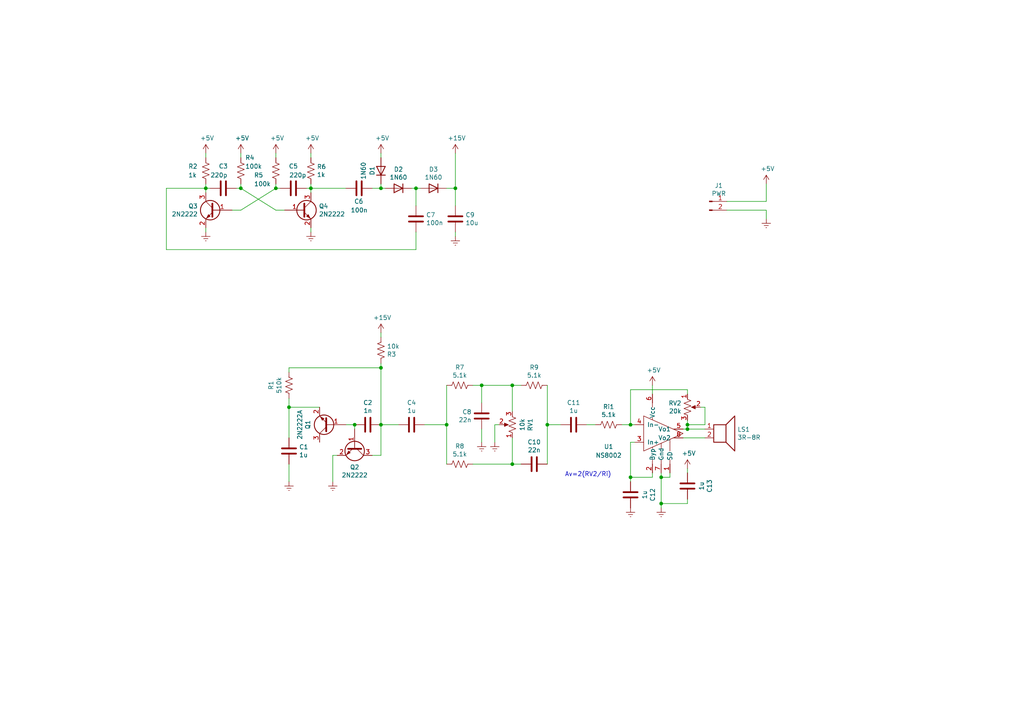
<source format=kicad_sch>
(kicad_sch (version 20211123) (generator eeschema)
  (paper "A4")
  (title_block (title "Noise Machine") (date "2020-09-11") (rev "v1") (comment 4 "Noise Machine w/tone controls"))
  (lib_symbols
    (symbol "8002:8002_Small" (pin_names (offset 1.016))
      (property "Reference" "U" (at 5.08 6.35 0))
      (property "Value" "8002_Small" (at 11.43 -7.62 0))
      (symbol "8002_Small_0_0"
        (polyline (pts (xy -2.54 -8.89) (xy -2.54 -7.62)))
        (polyline (pts (xy -2.54 4.5974) (xy -2.54 3.9878)))
        (polyline (pts (xy -2.54 8.89) (xy -2.54 7.62)))
        (polyline (pts (xy -2.5146 -4.3434) (xy -2.5146 -3.9878)))
        (polyline (pts (xy 0 -8.89) (xy 0 -7.62)))
        (polyline (pts (xy 0 -4.4196) (xy 0 -2.8702)))
        (polyline (pts (xy 2.54 -8.89) (xy 2.54 -7.62)))
        (polyline (pts (xy 2.54 -5.08) (xy 2.54 -2.54)))
        (polyline (pts (xy 2.54 -2.4892) (xy 2.54 -1.778)))
        (polyline (pts (xy 3.81 1.27) (xy 3.556 1.27)))
        (polyline (pts (xy 3.8608 -1.27) (xy 3.4798 -1.27) (xy 3.5052 -1.27)))
        (polyline (pts (xy -5.08 5.08) (xy 6.35 0) (xy -5.08 -5.08) (xy -5.08 5.08)))
      )
      (symbol "8002_Small_1_1"
        (pin input line (at 2.54 -11.43 90) (length 2.54) (name "SD") (number "1"))
        (pin input line (at -2.54 -11.43 90) (length 2.54) (name "Byp") (number "2"))
        (pin input line (at -7.62 -2.54 0) (length 2.54) (name "In+") (number "3"))
        (pin input line (at -7.62 2.54 0) (length 2.54) (name "In-") (number "4"))
        (pin output line (at 6.35 1.27 180) (length 2.54) (name "Vo1") (number "5"))
        (pin power_in line (at -2.54 11.43 270) (length 2.54) (name "Vcc") (number "6"))
        (pin power_in line (at 0 -11.43 90) (length 2.54) (name "Gnd") (number "7"))
        (pin output line (at 6.35 -1.27 180) (length 2.54) (name "Vo2") (number "8"))
      )
    )
    (symbol "Connector:Conn_01x02_Male" (pin_names (offset 1.016) hide)
      (property "Reference" "J" (at 0 2.54 0))
      (property "Value" "Conn_01x02_Male" (at 0 -5.08 0))
      (symbol "Conn_01x02_Male_1_1"
        (polyline (pts (xy 1.27 -2.54) (xy 0.8636 -2.54)) (stroke (width 0.1524)))
        (polyline (pts (xy 1.27 0) (xy 0.8636 0)) (stroke (width 0.1524)))
        (rectangle (start 0.8636 -2.413) (end 0 -2.667) (stroke (width 0.1524)) (fill (type outline)))
        (rectangle (start 0.8636 0.127) (end 0 -0.127) (stroke (width 0.1524)) (fill (type outline)))
        (pin passive line (at 5.08 0 180) (length 3.81) (name "Pin_1") (number "1"))
        (pin passive line (at 5.08 -2.54 180) (length 3.81) (name "Pin_2") (number "2"))
      )
    )
    (symbol "Device:C" (pin_numbers hide) (pin_names (offset 0.254))
      (property "Reference" "C" (at 0.635 2.54 0))
      (property "Value" "C" (at 0.635 -2.54 0))
      (symbol "C_0_1"
        (polyline (pts (xy -2.032 -0.762) (xy 2.032 -0.762)) (stroke (width 0.508)))
        (polyline (pts (xy -2.032 0.762) (xy 2.032 0.762)) (stroke (width 0.508)))
      )
      (symbol "C_1_1"
        (pin passive line (at 0 3.81 270) (length 2.794) (name "~") (number "1"))
        (pin passive line (at 0 -3.81 90) (length 2.794) (name "~") (number "2"))
      )
    )
    (symbol "Device:D" (pin_numbers hide) (pin_names (offset 1.016) hide)
      (property "Reference" "D" (at 0 2.54 0))
      (property "Value" "D" (at 0 -2.54 0))
      (symbol "D_0_1"
        (polyline (pts (xy -1.27 1.27) (xy -1.27 -1.27)) (stroke (width 0.254)))
        (polyline (pts (xy 1.27 0) (xy -1.27 0)))
        (polyline (pts (xy 1.27 1.27) (xy 1.27 -1.27) (xy -1.27 0) (xy 1.27 1.27)) (stroke (width 0.254)))
      )
      (symbol "D_1_1"
        (pin passive line (at -3.81 0 0) (length 2.54) (name "K") (number "1"))
        (pin passive line (at 3.81 0 180) (length 2.54) (name "A") (number "2"))
      )
    )
    (symbol "Device:Q_NPN_BEC" (pin_names (offset 0) hide)
      (property "Reference" "Q" (at 5.08 1.27 0))
      (property "Value" "Q_NPN_BEC" (at 5.08 -1.27 0))
      (symbol "Q_NPN_BEC_0_1"
        (polyline (pts (xy 0.635 0.635) (xy 2.54 2.54)))
        (polyline (pts (xy 0.635 -0.635) (xy 2.54 -2.54) (xy 2.54 -2.54)))
        (polyline (pts (xy 0.635 1.905) (xy 0.635 -1.905) (xy 0.635 -1.905)) (stroke (width 0.508)))
        (polyline (pts (xy 1.27 -1.778) (xy 1.778 -1.27) (xy 2.286 -2.286) (xy 1.27 -1.778) (xy 1.27 -1.778)) (fill (type outline)))
        (circle (center 1.27 0) (radius 2.8194) (stroke (width 0.254)))
      )
      (symbol "Q_NPN_BEC_1_1"
        (pin input line (at -5.08 0 0) (length 5.715) (name "B") (number "1"))
        (pin passive line (at 2.54 -5.08 90) (length 2.54) (name "E") (number "2"))
        (pin passive line (at 2.54 5.08 270) (length 2.54) (name "C") (number "3"))
      )
    )
    (symbol "Device:R_POT_US" (pin_names (offset 1.016) hide)
      (property "Reference" "RV" (at -4.445 0 90))
      (property "Value" "Device_R_POT_US" (at -2.54 0 90))
      (symbol "R_POT_US_0_1"
        (polyline (pts (xy 0 -2.286) (xy 0 -2.54)))
        (polyline (pts (xy 0 2.54) (xy 0 2.286)))
        (polyline (pts (xy 2.54 0) (xy 1.524 0)))
        (polyline (pts (xy 1.143 0) (xy 2.286 0.508) (xy 2.286 -0.508) (xy 1.143 0)) (fill (type outline)))
        (polyline (pts (xy 0 -0.762) (xy 1.016 -1.143) (xy 0 -1.524) (xy -1.016 -1.905) (xy 0 -2.286)))
        (polyline (pts (xy 0 0.762) (xy 1.016 0.381) (xy 0 0) (xy -1.016 -0.381) (xy 0 -0.762)))
        (polyline (pts (xy 0 2.286) (xy 1.016 1.905) (xy 0 1.524) (xy -1.016 1.143) (xy 0 0.762)))
      )
      (symbol "R_POT_US_1_1"
        (pin passive line (at 0 3.81 270) (length 1.27) (name "1") (number "1"))
        (pin passive line (at 3.81 0 180) (length 1.27) (name "2") (number "2"))
        (pin passive line (at 0 -3.81 90) (length 1.27) (name "3") (number "3"))
      )
    )
    (symbol "Device:R_US" (pin_numbers hide) (pin_names (offset 0))
      (property "Reference" "R" (at 2.54 0 90))
      (property "Value" "R_US" (at -2.54 0 90))
      (symbol "R_US_0_1"
        (polyline (pts (xy 0 -2.286) (xy 0 -2.54)))
        (polyline (pts (xy 0 2.286) (xy 0 2.54)))
        (polyline (pts (xy 0 -0.762) (xy 1.016 -1.143) (xy 0 -1.524) (xy -1.016 -1.905) (xy 0 -2.286)))
        (polyline (pts (xy 0 0.762) (xy 1.016 0.381) (xy 0 0) (xy -1.016 -0.381) (xy 0 -0.762)))
        (polyline (pts (xy 0 2.286) (xy 1.016 1.905) (xy 0 1.524) (xy -1.016 1.143) (xy 0 0.762)))
      )
      (symbol "R_US_1_1"
        (pin passive line (at 0 3.81 270) (length 1.27) (name "~") (number "1"))
        (pin passive line (at 0 -3.81 90) (length 1.27) (name "~") (number "2"))
      )
    )
    (symbol "Device:Speaker" (pin_names (offset 0) hide)
      (property "Reference" "LS" (at 1.27 5.715 0))
      (property "Value" "Speaker" (at 1.27 3.81 0))
      (symbol "Speaker_0_0"
        (rectangle (start -2.54 1.27) (end 1.016 -3.81) (stroke (width 0.254)))
        (polyline (pts (xy 1.016 1.27) (xy 3.556 3.81) (xy 3.556 -6.35) (xy 1.016 -3.81)) (stroke (width 0.254)))
      )
      (symbol "Speaker_1_1"
        (pin input line (at -5.08 0 0) (length 2.54) (name "1") (number "1"))
        (pin input line (at -5.08 -2.54 0) (length 2.54) (name "2") (number "2"))
      )
    )
    (symbol "power:+15V" (power) (pin_names (offset 0))
      (property "Value" "+15V" (at 0 3.556 0))
      (symbol "+15V_0_1"
        (polyline (pts (xy -0.762 1.27) (xy 0 2.54)))
        (polyline (pts (xy 0 0) (xy 0 2.54)))
        (polyline (pts (xy 0 2.54) (xy 0.762 1.27)))
      )
      (symbol "+15V_1_1"
        (pin power_in line (at 0 0 90) (length 0) hide (name "+15V") (number "1"))
      )
    )
    (symbol "power:+5V" (power) (pin_names (offset 0))
      (property "Value" "+5V" (at 0 3.556 0))
      (symbol "+5V_0_1"
        (polyline (pts (xy -0.762 1.27) (xy 0 2.54)))
        (polyline (pts (xy 0 0) (xy 0 2.54)))
        (polyline (pts (xy 0 2.54) (xy 0.762 1.27)))
      )
      (symbol "+5V_1_1"
        (pin power_in line (at 0 0 90) (length 0) hide (name "+5V") (number "1"))
      )
    )
    (symbol "power:Earth" (power) (pin_names (offset 0))
      (symbol "Earth_0_1"
        (polyline (pts (xy -0.635 -1.905) (xy 0.635 -1.905)))
        (polyline (pts (xy -0.127 -2.54) (xy 0.127 -2.54)))
        (polyline (pts (xy 0 -1.27) (xy 0 0)))
        (polyline (pts (xy 1.27 -1.27) (xy -1.27 -1.27)))
      )
      (symbol "Earth_1_1"
        (pin power_in line (at 0 0 270) (length 0) hide (name "Earth") (number "1"))
      )
    )
  )
  (junction (at 148.59 134.62))
  (junction (at 199.39 124.46))
  (junction (at 191.77 146.05))
  (junction (at 120.65 54.61))
  (junction (at 80.01 54.61))
  (junction (at 83.82 118.11))
  (junction (at 182.88 123.19))
  (junction (at 129.54 123.19))
  (junction (at 182.88 138.43))
  (junction (at 158.75 123.19))
  (junction (at 132.08 54.61))
  (junction (at 102.87 123.19))
  (junction (at 110.49 106.68))
  (junction (at 110.49 54.61))
  (junction (at 69.85 54.61))
  (junction (at 110.49 123.19))
  (junction (at 59.69 54.61))
  (junction (at 148.59 111.76))
  (junction (at 90.17 54.61))
  (junction (at 191.77 138.43))
  (junction (at 199.39 123.19))
  (junction (at 139.7 111.76))
  (wire (pts (xy 120.65 54.61) (xy 119.38 54.61)))
  (wire (pts (xy 182.88 123.19) (xy 184.15 123.19)))
  (wire (pts (xy 199.39 113.03) (xy 182.88 113.03)))
  (wire (pts (xy 120.65 67.31) (xy 120.65 72.39)))
  (wire (pts (xy 129.54 54.61) (xy 132.08 54.61)))
  (wire (pts (xy 67.31 60.96) (xy 69.85 60.96)))
  (wire (pts (xy 198.12 124.46) (xy 199.39 124.46)))
  (wire (pts (xy 189.23 114.3) (xy 189.23 111.76)))
  (wire (pts (xy 110.49 106.68) (xy 110.49 123.19)))
  (wire (pts (xy 143.51 128.27) (xy 143.51 123.19)))
  (wire (pts (xy 90.17 44.45) (xy 90.17 45.72)))
  (wire (pts (xy 59.69 67.31) (xy 59.69 66.04)))
  (wire (pts (xy 110.49 106.68) (xy 110.49 105.41)))
  (wire (pts (xy 69.85 44.45) (xy 69.85 45.72)))
  (wire (pts (xy 83.82 134.62) (xy 83.82 139.7)))
  (wire (pts (xy 59.69 44.45) (xy 59.69 45.72)))
  (wire (pts (xy 158.75 123.19) (xy 162.56 123.19)))
  (wire (pts (xy 194.31 138.43) (xy 194.31 137.16)))
  (wire (pts (xy 191.77 137.16) (xy 191.77 138.43)))
  (wire (pts (xy 110.49 45.72) (xy 110.49 44.45)))
  (wire (pts (xy 90.17 54.61) (xy 90.17 55.88)))
  (wire (pts (xy 199.39 124.46) (xy 199.39 123.19)))
  (wire (pts (xy 222.25 53.34) (xy 222.25 58.42)))
  (wire (pts (xy 182.88 138.43) (xy 189.23 138.43)))
  (wire (pts (xy 83.82 118.11) (xy 83.82 127)))
  (wire (pts (xy 189.23 137.16) (xy 189.23 138.43)))
  (wire (pts (xy 59.69 54.61) (xy 59.69 55.88)))
  (wire (pts (xy 199.39 124.46) (xy 204.47 124.46)))
  (wire (pts (xy 139.7 111.76) (xy 148.59 111.76)))
  (wire (pts (xy 148.59 127) (xy 148.59 134.62)))
  (wire (pts (xy 199.39 135.89) (xy 199.39 137.16)))
  (wire (pts (xy 80.01 53.34) (xy 80.01 54.61)))
  (wire (pts (xy 137.16 111.76) (xy 139.7 111.76)))
  (wire (pts (xy 191.77 146.05) (xy 191.77 147.32)))
  (wire (pts (xy 191.77 138.43) (xy 191.77 146.05)))
  (wire (pts (xy 110.49 97.79) (xy 110.49 96.52)))
  (wire (pts (xy 88.9 54.61) (xy 90.17 54.61)))
  (wire (pts (xy 184.15 128.27) (xy 182.88 128.27)))
  (wire (pts (xy 83.82 106.68) (xy 110.49 106.68)))
  (wire (pts (xy 199.39 123.19) (xy 204.47 123.19)))
  (wire (pts (xy 148.59 119.38) (xy 148.59 111.76)))
  (wire (pts (xy 82.55 60.96) (xy 80.01 60.96)))
  (wire (pts (xy 110.49 123.19) (xy 110.49 132.08)))
  (wire (pts (xy 204.47 118.11) (xy 204.47 123.19)))
  (wire (pts (xy 90.17 53.34) (xy 90.17 54.61)))
  (wire (pts (xy 199.39 144.78) (xy 199.39 146.05)))
  (wire (pts (xy 203.2 118.11) (xy 204.47 118.11)))
  (wire (pts (xy 182.88 123.19) (xy 180.34 123.19)))
  (wire (pts (xy 139.7 111.76) (xy 139.7 116.84)))
  (wire (pts (xy 110.49 132.08) (xy 107.95 132.08)))
  (wire (pts (xy 96.52 139.7) (xy 96.52 132.08)))
  (wire (pts (xy 148.59 111.76) (xy 151.13 111.76)))
  (wire (pts (xy 69.85 60.96) (xy 80.01 54.61)))
  (wire (pts (xy 222.25 60.96) (xy 222.25 63.5)))
  (wire (pts (xy 172.72 123.19) (xy 170.18 123.19)))
  (wire (pts (xy 139.7 124.46) (xy 139.7 128.27)))
  (wire (pts (xy 132.08 59.69) (xy 132.08 54.61)))
  (wire (pts (xy 222.25 58.42) (xy 210.82 58.42)))
  (wire (pts (xy 182.88 113.03) (xy 182.88 123.19)))
  (wire (pts (xy 129.54 111.76) (xy 129.54 123.19)))
  (wire (pts (xy 83.82 107.95) (xy 83.82 106.68)))
  (wire (pts (xy 48.26 54.61) (xy 48.26 72.39)))
  (wire (pts (xy 191.77 146.05) (xy 199.39 146.05)))
  (wire (pts (xy 90.17 54.61) (xy 100.33 54.61)))
  (wire (pts (xy 143.51 123.19) (xy 144.78 123.19)))
  (wire (pts (xy 191.77 138.43) (xy 194.31 138.43)))
  (wire (pts (xy 48.26 72.39) (xy 120.65 72.39)))
  (wire (pts (xy 198.12 127) (xy 204.47 127)))
  (wire (pts (xy 123.19 123.19) (xy 129.54 123.19)))
  (wire (pts (xy 199.39 123.19) (xy 199.39 121.92)))
  (wire (pts (xy 80.01 54.61) (xy 81.28 54.61)))
  (wire (pts (xy 107.95 54.61) (xy 110.49 54.61)))
  (wire (pts (xy 110.49 54.61) (xy 110.49 53.34)))
  (wire (pts (xy 182.88 139.7) (xy 182.88 138.43)))
  (wire (pts (xy 210.82 60.96) (xy 222.25 60.96)))
  (wire (pts (xy 132.08 44.45) (xy 132.08 54.61)))
  (wire (pts (xy 92.71 118.11) (xy 83.82 118.11)))
  (wire (pts (xy 68.58 54.61) (xy 69.85 54.61)))
  (wire (pts (xy 90.17 67.31) (xy 90.17 66.04)))
  (wire (pts (xy 69.85 53.34) (xy 69.85 54.61)))
  (wire (pts (xy 96.52 132.08) (xy 97.79 132.08)))
  (wire (pts (xy 80.01 60.96) (xy 69.85 54.61)))
  (wire (pts (xy 148.59 134.62) (xy 151.13 134.62)))
  (wire (pts (xy 199.39 114.3) (xy 199.39 113.03)))
  (wire (pts (xy 121.92 54.61) (xy 120.65 54.61)))
  (wire (pts (xy 100.33 123.19) (xy 102.87 123.19)))
  (wire (pts (xy 59.69 53.34) (xy 59.69 54.61)))
  (wire (pts (xy 59.69 54.61) (xy 60.96 54.61)))
  (wire (pts (xy 48.26 54.61) (xy 59.69 54.61)))
  (wire (pts (xy 158.75 123.19) (xy 158.75 134.62)))
  (wire (pts (xy 83.82 115.57) (xy 83.82 118.11)))
  (wire (pts (xy 129.54 123.19) (xy 129.54 134.62)))
  (wire (pts (xy 80.01 44.45) (xy 80.01 45.72)))
  (wire (pts (xy 137.16 134.62) (xy 148.59 134.62)))
  (wire (pts (xy 111.76 54.61) (xy 110.49 54.61)))
  (wire (pts (xy 102.87 123.19) (xy 102.87 124.46)))
  (wire (pts (xy 120.65 54.61) (xy 120.65 59.69)))
  (wire (pts (xy 132.08 68.58) (xy 132.08 67.31)))
  (wire (pts (xy 110.49 123.19) (xy 115.57 123.19)))
  (wire (pts (xy 182.88 128.27) (xy 182.88 138.43)))
  (wire (pts (xy 158.75 111.76) (xy 158.75 123.19)))
  (text "Av=2(RV2/Ri)" (at 163.83 138.43 0) (effects (font (size 1.27 1.27)) (justify left bottom)))
  (symbol (lib_id "Device:Q_NPN_BEC") (at 95.25 123.19 180) (unit 1)
    (property "Reference" "Q1" (at 89.281 123.19 90))
    (property "Value" "2N2222A" (at 86.9696 123.19 90))
    (property "Footprint" "Package_TO_SOT_SMD:SOT-23" (effects hide))
  )
  (symbol (lib_id "Device:Q_NPN_BEC") (at 102.87 129.54 270) (unit 1)
    (property "Reference" "Q2" (at 102.87 135.509 90))
    (property "Value" "2N2222" (at 102.87 137.8204 90))
    (property "Footprint" "Package_TO_SOT_SMD:SOT-23" (effects hide))
  )
  (symbol (lib_id "Device:C") (at 83.82 130.81 0) (unit 1)
    (property "Reference" "C1" (at 86.741 129.6416 0) (effects (justify left)))
    (property "Value" "1u" (at 86.741 131.953 0) (effects (justify left)))
    (property "Footprint" "Capacitor_SMD:C_0603_1608Metric_Pad1.08x0.95mm_HandSolder" (effects hide))
  )
  (symbol (lib_id "power:Earth") (at 83.82 139.7 0) (unit 1)
    (property "Reference" "#PWR02" (effects hide))
    (property "Value" "Earth" (effects hide))
  )
  (symbol (lib_id "Device:R_US") (at 83.82 111.76 0) (unit 1)
    (property "Reference" "R1" (at 78.613 111.76 90))
    (property "Value" "510k" (at 80.9244 111.76 90))
    (property "Footprint" "Resistor_SMD:R_0603_1608Metric_Pad0.98x0.95mm_HandSolder" (effects hide))
  )
  (symbol (lib_id "Device:C") (at 106.68 123.19 270) (unit 1)
    (property "Reference" "C2" (at 106.68 116.7892 90))
    (property "Value" "1n" (at 106.68 119.1006 90))
    (property "Footprint" "Capacitor_SMD:C_0603_1608Metric_Pad1.08x0.95mm_HandSolder" (effects hide))
  )
  (symbol (lib_id "Device:C") (at 119.38 123.19 270) (unit 1)
    (property "Reference" "C4" (at 119.38 116.7892 90))
    (property "Value" "1u" (at 119.38 119.1006 90))
    (property "Footprint" "Capacitor_SMD:C_0603_1608Metric_Pad1.08x0.95mm_HandSolder" (effects hide))
  )
  (symbol (lib_id "Device:R_US") (at 133.35 111.76 270) (unit 1)
    (property "Reference" "R7" (at 133.35 106.553 90))
    (property "Value" "5.1k" (at 133.35 108.8644 90))
    (property "Footprint" "Resistor_SMD:R_0603_1608Metric_Pad0.98x0.95mm_HandSolder" (effects hide))
  )
  (symbol (lib_id "Device:R_US") (at 154.94 111.76 270) (unit 1)
    (property "Reference" "R9" (at 154.94 106.553 90))
    (property "Value" "5.1k" (at 154.94 108.8644 90))
    (property "Footprint" "Resistor_SMD:R_0603_1608Metric_Pad0.98x0.95mm_HandSolder" (effects hide))
  )
  (symbol (lib_id "Device:R_POT_US") (at 148.59 123.19 180) (unit 1)
    (property "Reference" "RV1" (at 153.797 123.19 90))
    (property "Value" "10k" (at 151.4856 123.19 90))
    (property "Footprint" "Connector_PinHeader_2.54mm:PinHeader_1x03_P2.54mm_Vertical" (effects hide))
  )
  (symbol (lib_id "power:Earth") (at 143.51 128.27 0) (unit 1)
    (property "Reference" "#PWR015" (effects hide))
    (property "Value" "Earth" (effects hide))
  )
  (symbol (lib_id "Device:R_US") (at 133.35 134.62 270) (unit 1)
    (property "Reference" "R8" (at 133.35 129.413 90))
    (property "Value" "5.1k" (at 133.35 131.7244 90))
    (property "Footprint" "Resistor_SMD:R_0603_1608Metric_Pad0.98x0.95mm_HandSolder" (effects hide))
  )
  (symbol (lib_id "Device:C") (at 139.7 120.65 0) (mirror x) (unit 1)
    (property "Reference" "C8" (at 136.779 119.4816 0) (effects (justify right)))
    (property "Value" "22n" (at 136.779 121.793 0) (effects (justify right)))
    (property "Footprint" "Capacitor_SMD:C_0603_1608Metric_Pad1.08x0.95mm_HandSolder" (effects hide))
  )
  (symbol (lib_id "power:Earth") (at 139.7 128.27 0) (unit 1)
    (property "Reference" "#PWR012" (effects hide))
    (property "Value" "Earth" (effects hide))
  )
  (symbol (lib_id "Device:C") (at 154.94 134.62 90) (unit 1)
    (property "Reference" "C10" (at 154.94 128.2192 90))
    (property "Value" "22n" (at 154.94 130.5306 90))
    (property "Footprint" "Capacitor_SMD:C_0603_1608Metric_Pad1.08x0.95mm_HandSolder" (effects hide))
  )
  (symbol (lib_id "Device:Q_NPN_BEC") (at 62.23 60.96 0) (mirror y) (unit 1)
    (property "Reference" "Q3" (at 57.3786 59.7916 0) (effects (justify left)))
    (property "Value" "2N2222" (at 57.3786 62.103 0) (effects (justify left)))
    (property "Footprint" "Package_TO_SOT_SMD:SOT-23" (effects hide))
  )
  (symbol (lib_id "Device:Q_NPN_BEC") (at 87.63 60.96 0) (unit 1)
    (property "Reference" "Q4" (at 92.4814 59.7916 0) (effects (justify left)))
    (property "Value" "2N2222" (at 92.4814 62.103 0) (effects (justify left)))
    (property "Footprint" "Package_TO_SOT_SMD:SOT-23" (effects hide))
  )
  (symbol (lib_id "power:Earth") (at 59.69 67.31 0) (unit 1)
    (property "Reference" "#PWR05" (effects hide))
    (property "Value" "Earth" (effects hide))
  )
  (symbol (lib_id "power:Earth") (at 90.17 67.31 0) (unit 1)
    (property "Reference" "#PWR010" (effects hide))
    (property "Value" "Earth" (effects hide))
  )
  (symbol (lib_id "power:+5V") (at 59.69 44.45 0) (unit 1)
    (property "Reference" "#PWR04" (effects hide))
    (property "Value" "+5V" (at 60.071 40.0558 0))
  )
  (symbol (lib_id "Device:R_US") (at 59.69 49.53 0) (unit 1)
    (property "Reference" "R2" (at 54.61 48.26 0) (effects (justify left)))
    (property "Value" "1k" (at 54.61 50.8 0) (effects (justify left)))
    (property "Footprint" "Resistor_SMD:R_0603_1608Metric_Pad0.98x0.95mm_HandSolder" (effects hide))
  )
  (symbol (lib_id "Device:R_US") (at 90.17 49.53 0) (unit 1)
    (property "Reference" "R6" (at 91.8972 48.3616 0) (effects (justify left)))
    (property "Value" "1k" (at 91.8972 50.673 0) (effects (justify left)))
    (property "Footprint" "Resistor_SMD:R_0603_1608Metric_Pad0.98x0.95mm_HandSolder" (effects hide))
  )
  (symbol (lib_id "Device:R_US") (at 69.85 49.53 0) (unit 1)
    (property "Reference" "R4" (at 71.12 45.72 0) (effects (justify left)))
    (property "Value" "100k" (at 71.12 48.26 0) (effects (justify left)))
    (property "Footprint" "Resistor_SMD:R_0603_1608Metric_Pad0.98x0.95mm_HandSolder" (effects hide))
  )
  (symbol (lib_id "Device:R_US") (at 80.01 49.53 0) (unit 1)
    (property "Reference" "R5" (at 73.66 50.8 0) (effects (justify left)))
    (property "Value" "100k" (at 73.66 53.34 0) (effects (justify left)))
    (property "Footprint" "Resistor_SMD:R_0603_1608Metric_Pad0.98x0.95mm_HandSolder" (effects hide))
  )
  (symbol (lib_id "power:+5V") (at 90.17 44.45 0) (unit 1)
    (property "Reference" "#PWR09" (effects hide))
    (property "Value" "+5V" (at 90.551 40.0558 0))
  )
  (symbol (lib_id "Device:C") (at 104.14 54.61 90) (unit 1)
    (property "Reference" "C6" (at 105.41 58.42 90) (effects (justify left)))
    (property "Value" "100n" (at 106.68 60.96 90) (effects (justify left)))
    (property "Footprint" "Capacitor_SMD:C_0603_1608Metric_Pad1.08x0.95mm_HandSolder" (effects hide))
  )
  (symbol (lib_id "Device:C") (at 120.65 63.5 0) (unit 1)
    (property "Reference" "C7" (at 123.571 62.3316 0) (effects (justify left)))
    (property "Value" "100n" (at 123.571 64.643 0) (effects (justify left)))
    (property "Footprint" "Capacitor_SMD:C_0603_1608Metric_Pad1.08x0.95mm_HandSolder" (effects hide))
  )
  (symbol (lib_id "Device:C") (at 132.08 63.5 0) (unit 1)
    (property "Reference" "C9" (at 135.001 62.3316 0) (effects (justify left)))
    (property "Value" "10u" (at 135.001 64.643 0) (effects (justify left)))
    (property "Footprint" "Capacitor_SMD:C_0603_1608Metric_Pad1.08x0.95mm_HandSolder" (effects hide))
  )
  (symbol (lib_id "Device:D") (at 110.49 49.53 90) (unit 1)
    (property "Reference" "D1" (at 107.95 49.53 0))
    (property "Value" "1N60" (at 105.41 49.53 0))
    (property "Footprint" "Diode_THT:D_DO-35_SOD27_P5.08mm_Vertical_AnodeUp" (effects hide))
  )
  (symbol (lib_id "Device:D") (at 115.57 54.61 180) (unit 1)
    (property "Reference" "D2" (at 115.57 49.1236 0))
    (property "Value" "1N60" (at 115.57 51.435 0))
    (property "Footprint" "Diode_THT:D_DO-35_SOD27_P5.08mm_Vertical_AnodeUp" (effects hide))
  )
  (symbol (lib_id "Device:D") (at 125.73 54.61 180) (unit 1)
    (property "Reference" "D3" (at 125.73 49.1236 0))
    (property "Value" "1N60" (at 125.73 51.435 0))
    (property "Footprint" "Diode_THT:D_DO-35_SOD27_P5.08mm_Vertical_AnodeUp" (effects hide))
  )
  (symbol (lib_id "power:Earth") (at 132.08 68.58 0) (unit 1)
    (property "Reference" "#PWR014" (effects hide))
    (property "Value" "Earth" (effects hide))
  )
  (symbol (lib_id "power:+15V") (at 132.08 44.45 0) (unit 1)
    (property "Reference" "#PWR013" (effects hide))
    (property "Value" "+15V" (at 132.461 40.0558 0))
  )
  (symbol (lib_id "power:+5V") (at 110.49 44.45 0) (unit 1)
    (property "Reference" "#PWR011" (effects hide))
    (property "Value" "+5V" (at 110.871 40.0558 0))
  )
  (symbol (lib_id "power:+5V") (at 69.85 44.45 0) (unit 1)
    (property "Reference" "#PWR07" (effects hide))
    (property "Value" "+5V" (at 70.231 40.0558 0))
  )
  (symbol (lib_id "Device:C") (at 85.09 54.61 270) (unit 1)
    (property "Reference" "C5" (at 85.09 48.2092 90))
    (property "Value" "220p" (at 86.36 50.8 90))
    (property "Footprint" "Capacitor_SMD:C_0603_1608Metric_Pad1.08x0.95mm_HandSolder" (effects hide))
  )
  (symbol (lib_id "Device:C") (at 64.77 54.61 90) (unit 1)
    (property "Reference" "C3" (at 64.77 48.2092 90))
    (property "Value" "220p" (at 63.5 50.8 90))
    (property "Footprint" "Capacitor_SMD:C_0603_1608Metric_Pad1.08x0.95mm_HandSolder" (effects hide))
  )
  (symbol (lib_id "power:+5V") (at 80.01 44.45 0) (unit 1)
    (property "Reference" "#PWR08" (effects hide))
    (property "Value" "+5V" (at 80.391 40.0558 0))
  )
  (symbol (lib_id "Device:R_US") (at 110.49 101.6 0) (mirror x) (unit 1)
    (property "Reference" "R3" (at 112.2172 102.7684 0) (effects (justify left)))
    (property "Value" "10k" (at 112.2172 100.457 0) (effects (justify left)))
    (property "Footprint" "Resistor_SMD:R_0603_1608Metric_Pad0.98x0.95mm_HandSolder" (effects hide))
  )
  (symbol (lib_id "Device:Speaker") (at 209.55 124.46 0) (unit 1)
    (property "Reference" "LS1" (at 213.868 124.5616 0) (effects (justify left)))
    (property "Value" "3R-8R" (at 213.868 126.873 0) (effects (justify left)))
    (property "Footprint" "Connector_PinHeader_2.54mm:PinHeader_1x02_P2.54mm_Vertical" (effects hide))
  )
  (symbol (lib_id "power:+5V") (at 189.23 111.76 0) (unit 1)
    (property "Reference" "#PWR019" (effects hide))
    (property "Value" "+5V" (at 189.611 107.3658 0))
  )
  (symbol (lib_id "8002:8002_Small") (at 191.77 125.73 0) (unit 1)
    (property "Reference" "U1" (at 176.53 129.54 0))
    (property "Value" "NS8002" (at 176.53 132.08 0))
    (property "Footprint" "Package_SO:SO-8_3.9x4.9mm_P1.27mm" (effects hide))
  )
  (symbol (lib_id "Device:C") (at 182.88 143.51 180) (unit 1)
    (property "Reference" "C12" (at 189.2808 143.51 90))
    (property "Value" "1u" (at 186.9694 143.51 90))
    (property "Footprint" "Capacitor_SMD:C_0603_1608Metric_Pad1.08x0.95mm_HandSolder" (effects hide))
  )
  (symbol (lib_id "power:Earth") (at 191.77 147.32 0) (unit 1)
    (property "Reference" "#PWR020" (effects hide))
    (property "Value" "Earth" (effects hide))
  )
  (symbol (lib_id "power:Earth") (at 182.88 147.32 0) (unit 1)
    (property "Reference" "#PWR016" (effects hide))
    (property "Value" "Earth" (effects hide))
  )
  (symbol (lib_id "power:Earth") (at 96.52 139.7 0) (unit 1)
    (property "Reference" "#PWR03" (effects hide))
    (property "Value" "Earth" (effects hide))
  )
  (symbol (lib_id "Device:C") (at 166.37 123.19 90) (unit 1)
    (property "Reference" "C11" (at 166.37 116.7892 90))
    (property "Value" "1u" (at 166.37 119.1006 90))
    (property "Footprint" "Capacitor_SMD:C_0603_1608Metric_Pad1.08x0.95mm_HandSolder" (effects hide))
  )
  (symbol (lib_id "Device:R_US") (at 176.53 123.19 270) (unit 1)
    (property "Reference" "Ri1" (at 176.53 117.983 90))
    (property "Value" "5.1k" (at 176.53 120.2944 90))
    (property "Footprint" "Resistor_SMD:R_0603_1608Metric_Pad0.98x0.95mm_HandSolder" (effects hide))
  )
  (symbol (lib_id "power:+15V") (at 110.49 96.52 0) (unit 1)
    (property "Reference" "#PWR06" (effects hide))
    (property "Value" "+15V" (at 110.871 92.1258 0))
  )
  (symbol (lib_id "Device:C") (at 199.39 140.97 180) (unit 1)
    (property "Reference" "C13" (at 205.7908 140.97 90))
    (property "Value" "1u" (at 203.4794 140.97 90))
    (property "Footprint" "Capacitor_SMD:C_0603_1608Metric_Pad1.08x0.95mm_HandSolder" (effects hide))
  )
  (symbol (lib_id "power:+5V") (at 199.39 135.89 0) (unit 1)
    (property "Reference" "#PWR021" (effects hide))
    (property "Value" "+5V" (at 199.771 131.4958 0))
  )
  (symbol (lib_id "Connector:Conn_01x02_Male") (at 205.74 58.42 0) (unit 1)
    (property "Reference" "J1" (at 208.4832 53.8226 0))
    (property "Value" "PWR" (at 208.4832 56.134 0))
    (property "Footprint" "Connector_PinHeader_2.54mm:PinHeader_1x02_P2.54mm_Vertical" (effects hide))
  )
  (symbol (lib_id "power:+5V") (at 222.25 53.34 0) (unit 1)
    (property "Reference" "#PWR017" (effects hide))
    (property "Value" "+5V" (at 222.631 48.9458 0))
  )
  (symbol (lib_id "power:Earth") (at 222.25 63.5 0) (unit 1)
    (property "Reference" "#PWR018" (effects hide))
    (property "Value" "Earth" (effects hide))
  )
  (symbol (lib_id "Device:R_POT_US") (at 199.39 118.11 0) (unit 1)
    (property "Reference" "RV2" (at 197.6628 116.9416 0) (effects (justify right)))
    (property "Value" "20k" (at 197.6628 119.253 0) (effects (justify right)))
    (property "Footprint" "Connector_PinHeader_2.54mm:PinHeader_1x02_P2.54mm_Vertical" (effects hide))
  )
)
</source>
